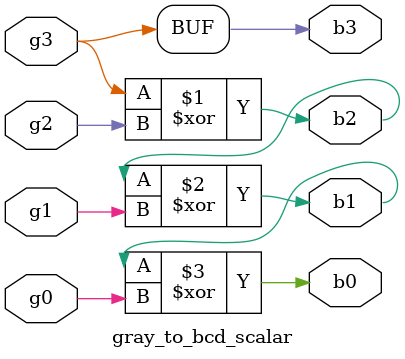
<source format=sv>
`timescale 1ns / 1ps


module gray_to_bcd_scalar(
    input logic     g3, g2, g1, g0,
    output logic    b3, b2, b1, b0      //  logic typing allows for last assignment wins
    );                                  //  logic does not allow multiple drivers
                                        //  meaning no more than 1 signal can be driven at any moment in time
                                        //  wires allow multiple drivers through its resolution function
    
    assign b3 = g3;                 //  b3 mirrors g3
    assign b2 = b3 ^ g2;            //  b2 is the exclusive product of b3 and g2
    assign b1 = b2 ^ g1;            //  b1 is the exclusive product of b2 and g1
    assign b0 = b1 ^ g0;            //  b0 is the exclusive product of b1 and g0

endmodule

</source>
